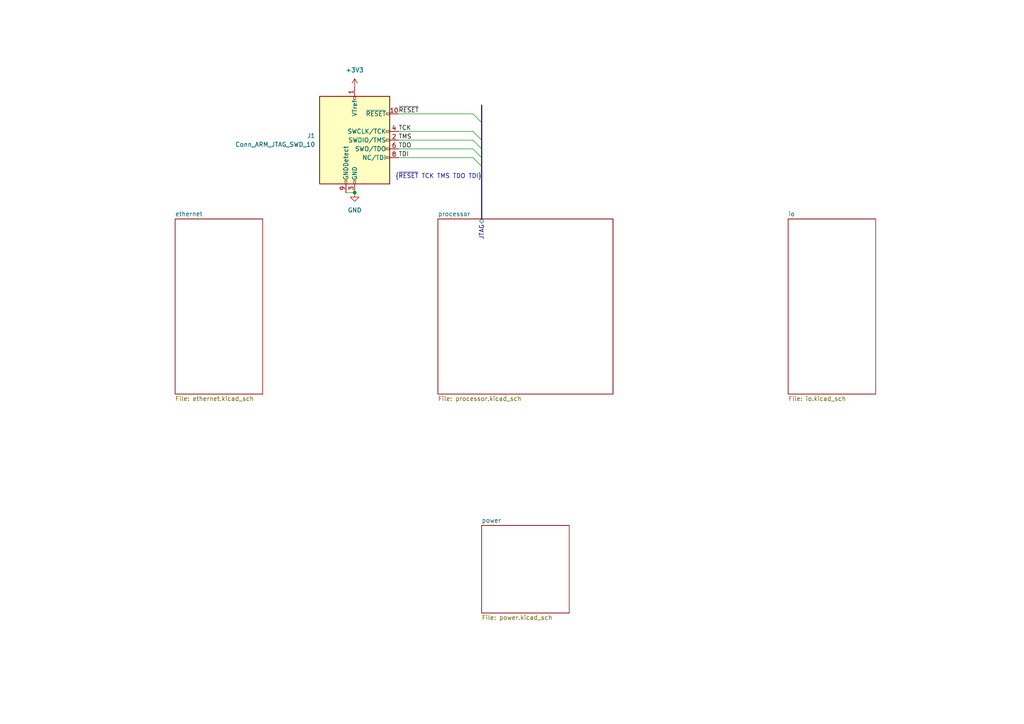
<source format=kicad_sch>
(kicad_sch (version 20231120) (generator "eeschema") (generator_version "8.0")
  (paper "A4")
  (lib_symbols
    (symbol "Connector:Conn_ARM_JTAG_SWD_10" (pin_names (offset 1.016))
      (property "Reference" "J" (at -2.54 16.51 0))
      (property "Value" "Conn_ARM_JTAG_SWD_10" (at -2.54 13.97 0))
      (symbol "Conn_ARM_JTAG_SWD_10_0_1"
        (rectangle (start -10.16 12.7) (end 10.16 -12.7) (stroke (width 0.254)) (fill (type background)))
        (rectangle (start -2.794 -12.7) (end -2.286 -11.684))
        (rectangle (start -0.254 -12.7) (end 0.254 -11.684))
        (rectangle (start -0.254 12.7) (end 0.254 11.684))
        (rectangle (start 9.144 2.286) (end 10.16 2.794))
        (rectangle (start 10.16 -2.794) (end 9.144 -2.286))
        (rectangle (start 10.16 -0.254) (end 9.144 0.254))
        (rectangle (start 10.16 7.874) (end 9.144 7.366))
      )
      (symbol "Conn_ARM_JTAG_SWD_10_1_1"
        (rectangle (start 9.144 -5.334) (end 10.16 -4.826))
        (pin power_in line (at 0 15.24 270) (length 2.54) (name "VTref") (number "1"))
        (pin open_collector line (at 12.7 7.62 180) (length 2.54) (name "~{RESET}") (number "10"))
        (pin bidirectional line (at 12.7 0 180) (length 2.54) (name "SWDIO/TMS") (number "2"))
        (pin power_in line (at 0 -15.24 90) (length 2.54) (name "GND") (number "3"))
        (pin output line (at 12.7 2.54 180) (length 2.54) (name "SWCLK/TCK") (number "4"))
        (pin passive line (at 0 -15.24 90) (length 2.54) hide (name "GND") (number "5"))
        (pin input line (at 12.7 -2.54 180) (length 2.54) (name "SWO/TDO") (number "6"))
        (pin no_connect line (at -10.16 0 0) (length 2.54) hide (name "KEY") (number "7"))
        (pin output line (at 12.7 -5.08 180) (length 2.54) (name "NC/TDI") (number "8"))
        (pin passive line (at -2.54 -15.24 90) (length 2.54) (name "GNDDetect") (number "9"))
      )
    )
    (symbol "power:+3V3" (power) (pin_numbers hide) (pin_names (offset 0) hide)
      (property "Value" "+3V3" (at 0 3.556 0))
      (symbol "+3V3_0_1"
        (polyline (pts (xy -0.762 1.27) (xy 0 2.54)))
        (polyline (pts (xy 0 0) (xy 0 2.54)))
        (polyline (pts (xy 0 2.54) (xy 0.762 1.27)))
      )
      (symbol "+3V3_1_1"
        (pin power_in line (at 0 0 90) (length 0) (name "~") (number "1"))
      )
    )
    (symbol "power:GND" (power) (pin_numbers hide) (pin_names (offset 0) hide)
      (property "Value" "GND" (at 0 -3.81 0))
      (symbol "GND_0_1"
        (polyline (pts (xy 0 0) (xy 0 -1.27) (xy 1.27 -1.27) (xy 0 -2.54) (xy -1.27 -1.27) (xy 0 -1.27)))
      )
      (symbol "GND_1_1"
        (pin power_in line (at 0 0 270) (length 0) (name "~") (number "1"))
      )
    )
  )
  (junction (at 102.87 55.88))
  (bus_entry (at 139.7 45.72) (size -2.54 -2.54))
  (bus_entry (at 139.7 48.26) (size -2.54 -2.54))
  (bus_entry (at 139.7 43.18) (size -2.54 -2.54))
  (bus_entry (at 139.7 35.56) (size -2.54 -2.54))
  (bus_entry (at 139.7 40.64) (size -2.54 -2.54))
  (bus (pts (xy 139.7 40.64) (xy 139.7 43.18)))
  (bus (pts (xy 139.7 35.56) (xy 139.7 40.64)))
  (wire (pts (xy 115.57 45.72) (xy 137.16 45.72)))
  (bus (pts (xy 139.7 48.26) (xy 139.7 63.5)))
  (wire (pts (xy 100.33 55.88) (xy 102.87 55.88)))
  (bus (pts (xy 139.7 43.18) (xy 139.7 45.72)))
  (wire (pts (xy 115.57 40.64) (xy 137.16 40.64)))
  (wire (pts (xy 115.57 38.1) (xy 137.16 38.1)))
  (bus (pts (xy 139.7 45.72) (xy 139.7 48.26)))
  (bus (pts (xy 139.7 30.48) (xy 139.7 35.56)))
  (wire (pts (xy 115.57 33.02) (xy 137.16 33.02)))
  (wire (pts (xy 115.57 43.18) (xy 137.16 43.18)))
  (label "~{RESET}" (at 115.57 33.02 0))
  (label "TDI" (at 115.57 45.72 0))
  (label "TCK" (at 115.57 38.1 0))
  (label "{~{RESET} TCK TMS TDO TDI}" (at 139.7 52.07 180))
  (label "TMS" (at 115.57 40.64 0))
  (label "TDO" (at 115.57 43.18 0))
  (symbol (lib_id "Connector:Conn_ARM_JTAG_SWD_10") (at 102.87 40.64 0) (unit 1)
    (property "Reference" "J1" (at 91.44 39.3699 0) (effects (justify right)))
    (property "Value" "Conn_ARM_JTAG_SWD_10" (at 91.44 41.9099 0) (effects (justify right)))
    (property "Datasheet" "https://mm.digikey.com/Volume0/opasdata/d220001/medias/docus/6209/ftsh-1xx-xx-xxx-dv-xxx-xxx-x-xx-mkt.pdf" (effects (hide yes)))
    (property "Description" "JTAG" (effects (hide yes)))
    (property "MPN" "FTSH-105-01-L-DV-007-K-TR" (effects (hide yes)))
    (property "Manufacturer" "samtec" (effects (hide yes)))
  )
  (symbol (lib_id "power:GND") (at 102.87 55.88 0) (unit 1)
    (property "Reference" "#PWR02" (effects (hide yes)))
    (property "Value" "GND" (at 102.87 60.96 0))
    (property "Description" "Power symbol creates a global label with name \"GND\" , ground" (effects (hide yes)))
  )
  (symbol (lib_id "power:+3V3") (at 102.87 25.4 0) (unit 1)
    (property "Reference" "#PWR01" (effects (hide yes)))
    (property "Value" "+3V3" (at 102.87 20.32 0))
    (property "Description" "Power symbol creates a global label with name \"+3V3\"" (effects (hide yes)))
  )
  (sheet (at 50.8 63.5) (size 25.4 50.8) (stroke (width 0.1524))
    (property "Sheetname" "ethernet" (at 50.8 62.7884 0) (effects (justify left bottom)))
    (property "Sheetfile" "ethernet.kicad_sch" (at 50.8 114.8846 0) (effects (justify left top)))
  )
  (sheet (at 228.6 63.5) (size 25.4 50.8) (stroke (width 0.1524))
    (property "Sheetname" "io" (at 228.6 62.7884 0) (effects (justify left bottom)))
    (property "Sheetfile" "io.kicad_sch" (at 228.6 114.8846 0) (effects (justify left top)))
  )
  (sheet (at 127 63.5) (size 50.8 50.8) (stroke (width 0.1524))
    (property "Sheetname" "processor" (at 127 62.7884 0) (effects (justify left bottom)))
    (property "Sheetfile" "processor.kicad_sch" (at 127 114.8846 0) (effects (justify left top)))
    (pin "JTAG" bidirectional (at 139.7 63.5 90))
  )
  (sheet (at 139.7 152.4) (size 25.4 25.4) (stroke (width 0.1524))
    (property "Sheetname" "power" (at 139.7 151.6884 0) (effects (justify left bottom)))
    (property "Sheetfile" "power.kicad_sch" (at 139.7 178.3846 0) (effects (justify left top)))
  )
)
</source>
